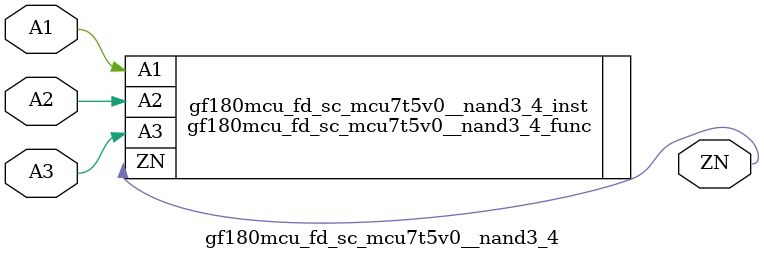
<source format=v>

module gf180mcu_fd_sc_mcu7t5v0__nand3_4( A2, ZN, A3, A1 );
input A1, A2, A3;
output ZN;

   `ifdef FUNCTIONAL  //  functional //

	gf180mcu_fd_sc_mcu7t5v0__nand3_4_func gf180mcu_fd_sc_mcu7t5v0__nand3_4_behav_inst(.A2(A2),.ZN(ZN),.A3(A3),.A1(A1));

   `else

	gf180mcu_fd_sc_mcu7t5v0__nand3_4_func gf180mcu_fd_sc_mcu7t5v0__nand3_4_inst(.A2(A2),.ZN(ZN),.A3(A3),.A1(A1));

	// spec_gates_begin


	// spec_gates_end



   specify

	// specify_block_begin

	// comb arc A1 --> ZN
	 (A1 => ZN) = (1.0,1.0);

	// comb arc A2 --> ZN
	 (A2 => ZN) = (1.0,1.0);

	// comb arc A3 --> ZN
	 (A3 => ZN) = (1.0,1.0);

	// specify_block_end

   endspecify

   `endif

endmodule

</source>
